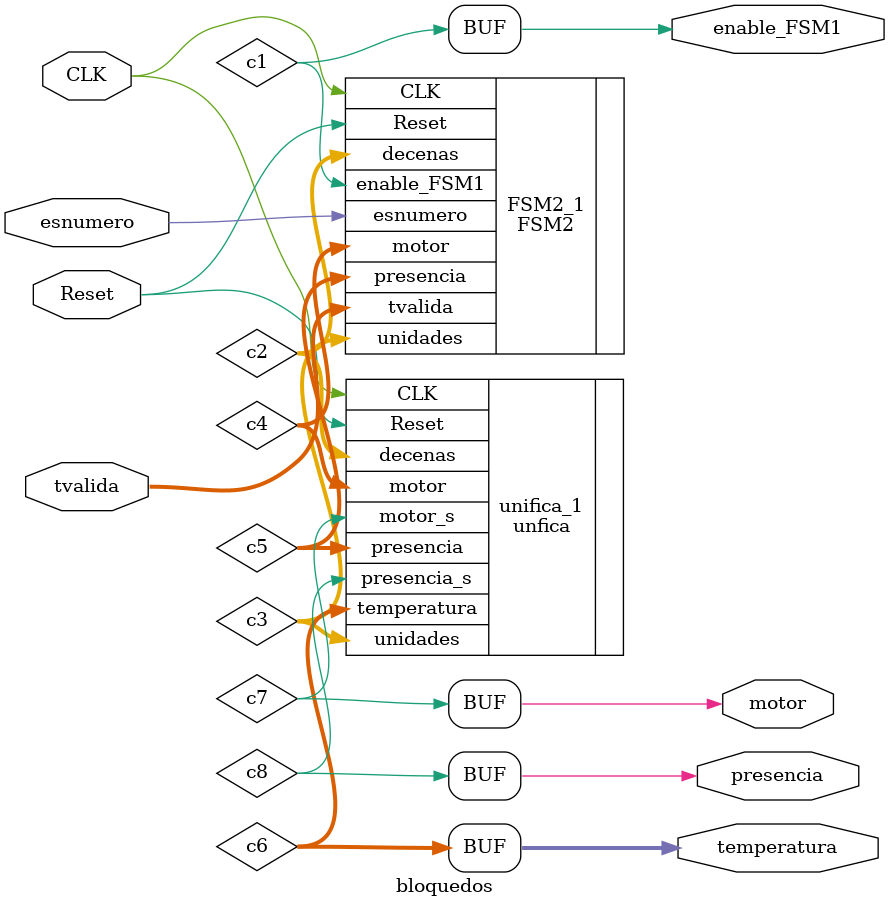
<source format=v>
`timescale 1ns / 1ps
module bloquedos(
    input [3:0] tvalida,
    input esnumero,
    input CLK,
    input Reset,
    output [7:0] temperatura,
    output motor,
    output presencia,
    output enable_FSM1
    );

wire c1,c7,c8;
wire [3:0] c2, c3,c4,c5;
wire [7:0] c6;


FSM2 FSM2_1 (
    .esnumero(esnumero), 
    .tvalida(tvalida), 
    .Reset(Reset), 
    .CLK(CLK), 
    .enable_FSM1(c1), 
    .decenas(c2), 
    .unidades(c3), 
    .motor(c4), 
    .presencia(c5)
    );

assign enable_FSM1 = c1;


unfica unifica_1 (
    .CLK(CLK), 
    .Reset(Reset), 
    .decenas(c2), 
    .unidades(c3), 
    .motor(c4), 
    .presencia(c5), 
    .temperatura(c6), 
    .motor_s(c7), 
    .presencia_s(c8)
    );

assign temperatura = c6;
assign motor = c7;
assign presencia = c8;


endmodule

</source>
